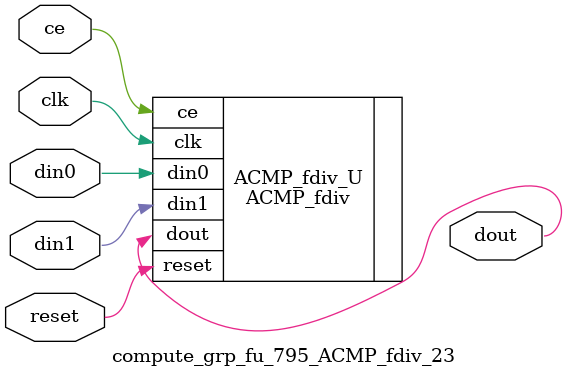
<source format=v>

`timescale 1 ns / 1 ps
module compute_grp_fu_795_ACMP_fdiv_23(
    clk,
    reset,
    ce,
    din0,
    din1,
    dout);

parameter ID = 32'd1;
parameter NUM_STAGE = 32'd1;
parameter din0_WIDTH = 32'd1;
parameter din1_WIDTH = 32'd1;
parameter dout_WIDTH = 32'd1;
input clk;
input reset;
input ce;
input[din0_WIDTH - 1:0] din0;
input[din1_WIDTH - 1:0] din1;
output[dout_WIDTH - 1:0] dout;



ACMP_fdiv #(
.ID( ID ),
.NUM_STAGE( 10 ),
.din0_WIDTH( din0_WIDTH ),
.din1_WIDTH( din1_WIDTH ),
.dout_WIDTH( dout_WIDTH ))
ACMP_fdiv_U(
    .clk( clk ),
    .reset( reset ),
    .ce( ce ),
    .din0( din0 ),
    .din1( din1 ),
    .dout( dout ));

endmodule

</source>
